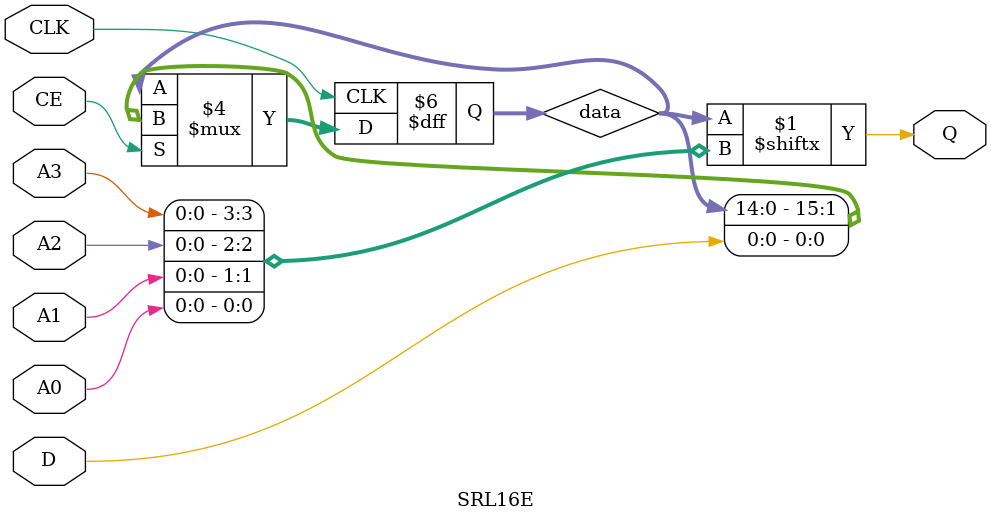
<source format=v>

`timescale  1 ps / 1 ps


module SRL16E (Q, A0, A1, A2, A3, CE, CLK, D);

    parameter INIT = 16'h0000;

    output Q;

    input  A0, A1, A2, A3, CE, CLK, D;

    reg  [15:0] data;


    assign Q = data[{A3, A2, A1, A0}];


    always @(posedge CLK)
    begin
	if (CE == 1'b1) begin
	    {data[15:0]} <= #100 {data[14:0], D};
	end
    end


endmodule


</source>
